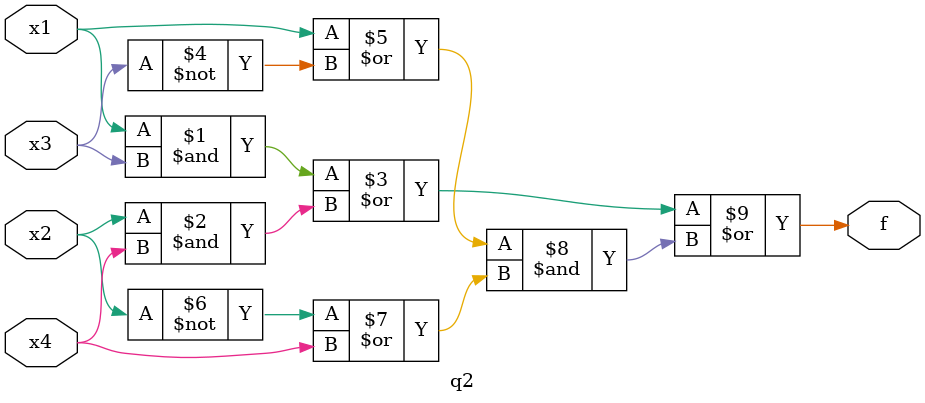
<source format=v>
module q2(x1,x2,x3,x4,f);
input x1,x2,x3,x4;
output f;
assign f = ((x1 & x3) | (x2 & x4)) | ((x1 | ~x3)&(~x2 | x4));
endmodule

</source>
